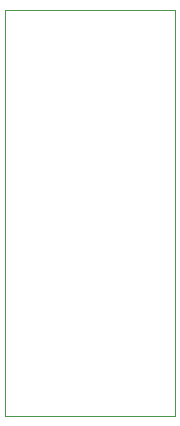
<source format=gbr>
%TF.GenerationSoftware,KiCad,Pcbnew,9.0.5*%
%TF.CreationDate,2025-11-01T21:25:23+11:00*%
%TF.ProjectId,YetAnotherAuthKey,59657441-6e6f-4746-9865-72417574684b,rev?*%
%TF.SameCoordinates,Original*%
%TF.FileFunction,Profile,NP*%
%FSLAX46Y46*%
G04 Gerber Fmt 4.6, Leading zero omitted, Abs format (unit mm)*
G04 Created by KiCad (PCBNEW 9.0.5) date 2025-11-01 21:25:23*
%MOMM*%
%LPD*%
G01*
G04 APERTURE LIST*
%TA.AperFunction,Profile*%
%ADD10C,0.050000*%
%TD*%
G04 APERTURE END LIST*
D10*
X183300000Y-49375000D02*
X197750000Y-49375000D01*
X197750000Y-83725000D01*
X183300000Y-83725000D01*
X183300000Y-49375000D01*
M02*

</source>
